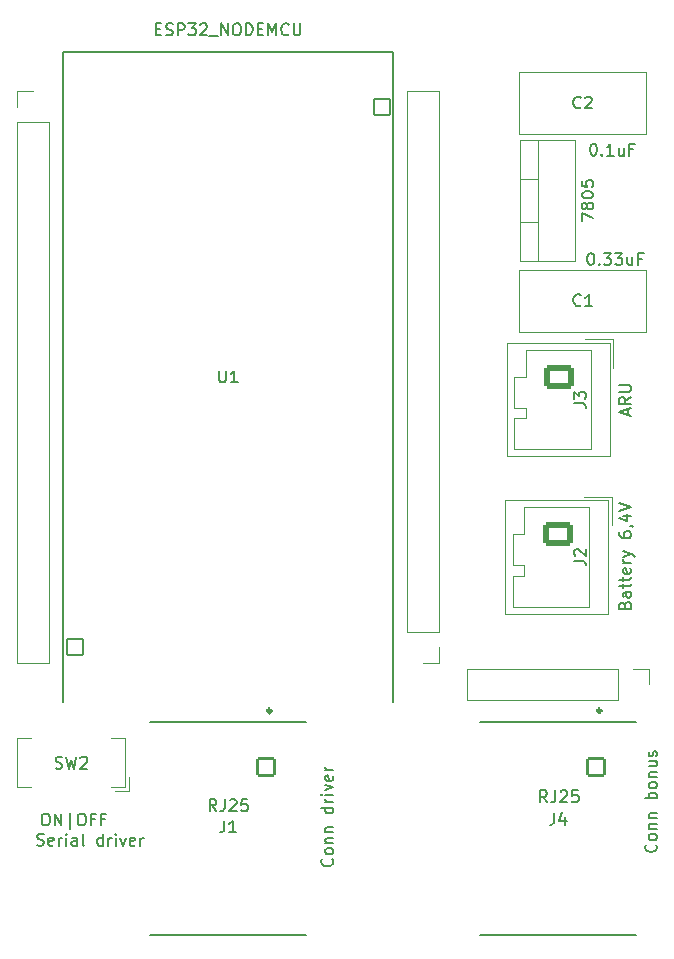
<source format=gto>
G04 #@! TF.GenerationSoftware,KiCad,Pcbnew,7.0.10*
G04 #@! TF.CreationDate,2024-04-02T13:30:28+02:00*
G04 #@! TF.ProjectId,carte pami,63617274-6520-4706-916d-692e6b696361,rev?*
G04 #@! TF.SameCoordinates,Original*
G04 #@! TF.FileFunction,Legend,Top*
G04 #@! TF.FilePolarity,Positive*
%FSLAX46Y46*%
G04 Gerber Fmt 4.6, Leading zero omitted, Abs format (unit mm)*
G04 Created by KiCad (PCBNEW 7.0.10) date 2024-04-02 13:30:28*
%MOMM*%
%LPD*%
G01*
G04 APERTURE LIST*
G04 Aperture macros list*
%AMRoundRect*
0 Rectangle with rounded corners*
0 $1 Rounding radius*
0 $2 $3 $4 $5 $6 $7 $8 $9 X,Y pos of 4 corners*
0 Add a 4 corners polygon primitive as box body*
4,1,4,$2,$3,$4,$5,$6,$7,$8,$9,$2,$3,0*
0 Add four circle primitives for the rounded corners*
1,1,$1+$1,$2,$3*
1,1,$1+$1,$4,$5*
1,1,$1+$1,$6,$7*
1,1,$1+$1,$8,$9*
0 Add four rect primitives between the rounded corners*
20,1,$1+$1,$2,$3,$4,$5,0*
20,1,$1+$1,$4,$5,$6,$7,0*
20,1,$1+$1,$6,$7,$8,$9,0*
20,1,$1+$1,$8,$9,$2,$3,0*%
G04 Aperture macros list end*
%ADD10C,0.150000*%
%ADD11C,0.120000*%
%ADD12C,0.127000*%
%ADD13C,0.300000*%
%ADD14RoundRect,0.250000X-1.050000X0.750000X-1.050000X-0.750000X1.050000X-0.750000X1.050000X0.750000X0*%
%ADD15O,2.600000X2.000000*%
%ADD16C,6.400000*%
%ADD17R,1.700000X1.700000*%
%ADD18O,1.700000X1.700000*%
%ADD19C,3.250000*%
%ADD20RoundRect,0.102000X-0.704000X0.704000X-0.704000X-0.704000X0.704000X-0.704000X0.704000X0.704000X0*%
%ADD21C,1.612000*%
%ADD22C,2.000000*%
%ADD23C,2.250000*%
%ADD24RoundRect,0.102000X0.675000X0.675000X-0.675000X0.675000X-0.675000X-0.675000X0.675000X-0.675000X0*%
%ADD25C,1.554000*%
%ADD26R,1.400000X1.400000*%
%ADD27C,1.400000*%
%ADD28R,2.000000X1.905000*%
%ADD29O,2.000000X1.905000*%
G04 APERTURE END LIST*
D10*
X101927255Y-113169819D02*
X102117731Y-113169819D01*
X102117731Y-113169819D02*
X102212969Y-113217438D01*
X102212969Y-113217438D02*
X102308207Y-113312676D01*
X102308207Y-113312676D02*
X102355826Y-113503152D01*
X102355826Y-113503152D02*
X102355826Y-113836485D01*
X102355826Y-113836485D02*
X102308207Y-114026961D01*
X102308207Y-114026961D02*
X102212969Y-114122200D01*
X102212969Y-114122200D02*
X102117731Y-114169819D01*
X102117731Y-114169819D02*
X101927255Y-114169819D01*
X101927255Y-114169819D02*
X101832017Y-114122200D01*
X101832017Y-114122200D02*
X101736779Y-114026961D01*
X101736779Y-114026961D02*
X101689160Y-113836485D01*
X101689160Y-113836485D02*
X101689160Y-113503152D01*
X101689160Y-113503152D02*
X101736779Y-113312676D01*
X101736779Y-113312676D02*
X101832017Y-113217438D01*
X101832017Y-113217438D02*
X101927255Y-113169819D01*
X102784398Y-114169819D02*
X102784398Y-113169819D01*
X102784398Y-113169819D02*
X103355826Y-114169819D01*
X103355826Y-114169819D02*
X103355826Y-113169819D01*
X104070112Y-114503152D02*
X104070112Y-113074580D01*
X104974874Y-113169819D02*
X105165350Y-113169819D01*
X105165350Y-113169819D02*
X105260588Y-113217438D01*
X105260588Y-113217438D02*
X105355826Y-113312676D01*
X105355826Y-113312676D02*
X105403445Y-113503152D01*
X105403445Y-113503152D02*
X105403445Y-113836485D01*
X105403445Y-113836485D02*
X105355826Y-114026961D01*
X105355826Y-114026961D02*
X105260588Y-114122200D01*
X105260588Y-114122200D02*
X105165350Y-114169819D01*
X105165350Y-114169819D02*
X104974874Y-114169819D01*
X104974874Y-114169819D02*
X104879636Y-114122200D01*
X104879636Y-114122200D02*
X104784398Y-114026961D01*
X104784398Y-114026961D02*
X104736779Y-113836485D01*
X104736779Y-113836485D02*
X104736779Y-113503152D01*
X104736779Y-113503152D02*
X104784398Y-113312676D01*
X104784398Y-113312676D02*
X104879636Y-113217438D01*
X104879636Y-113217438D02*
X104974874Y-113169819D01*
X106165350Y-113646009D02*
X105832017Y-113646009D01*
X105832017Y-114169819D02*
X105832017Y-113169819D01*
X105832017Y-113169819D02*
X106308207Y-113169819D01*
X107022493Y-113646009D02*
X106689160Y-113646009D01*
X106689160Y-114169819D02*
X106689160Y-113169819D01*
X106689160Y-113169819D02*
X107165350Y-113169819D01*
X126274580Y-116991792D02*
X126322200Y-117039411D01*
X126322200Y-117039411D02*
X126369819Y-117182268D01*
X126369819Y-117182268D02*
X126369819Y-117277506D01*
X126369819Y-117277506D02*
X126322200Y-117420363D01*
X126322200Y-117420363D02*
X126226961Y-117515601D01*
X126226961Y-117515601D02*
X126131723Y-117563220D01*
X126131723Y-117563220D02*
X125941247Y-117610839D01*
X125941247Y-117610839D02*
X125798390Y-117610839D01*
X125798390Y-117610839D02*
X125607914Y-117563220D01*
X125607914Y-117563220D02*
X125512676Y-117515601D01*
X125512676Y-117515601D02*
X125417438Y-117420363D01*
X125417438Y-117420363D02*
X125369819Y-117277506D01*
X125369819Y-117277506D02*
X125369819Y-117182268D01*
X125369819Y-117182268D02*
X125417438Y-117039411D01*
X125417438Y-117039411D02*
X125465057Y-116991792D01*
X126369819Y-116420363D02*
X126322200Y-116515601D01*
X126322200Y-116515601D02*
X126274580Y-116563220D01*
X126274580Y-116563220D02*
X126179342Y-116610839D01*
X126179342Y-116610839D02*
X125893628Y-116610839D01*
X125893628Y-116610839D02*
X125798390Y-116563220D01*
X125798390Y-116563220D02*
X125750771Y-116515601D01*
X125750771Y-116515601D02*
X125703152Y-116420363D01*
X125703152Y-116420363D02*
X125703152Y-116277506D01*
X125703152Y-116277506D02*
X125750771Y-116182268D01*
X125750771Y-116182268D02*
X125798390Y-116134649D01*
X125798390Y-116134649D02*
X125893628Y-116087030D01*
X125893628Y-116087030D02*
X126179342Y-116087030D01*
X126179342Y-116087030D02*
X126274580Y-116134649D01*
X126274580Y-116134649D02*
X126322200Y-116182268D01*
X126322200Y-116182268D02*
X126369819Y-116277506D01*
X126369819Y-116277506D02*
X126369819Y-116420363D01*
X125703152Y-115658458D02*
X126369819Y-115658458D01*
X125798390Y-115658458D02*
X125750771Y-115610839D01*
X125750771Y-115610839D02*
X125703152Y-115515601D01*
X125703152Y-115515601D02*
X125703152Y-115372744D01*
X125703152Y-115372744D02*
X125750771Y-115277506D01*
X125750771Y-115277506D02*
X125846009Y-115229887D01*
X125846009Y-115229887D02*
X126369819Y-115229887D01*
X125703152Y-114753696D02*
X126369819Y-114753696D01*
X125798390Y-114753696D02*
X125750771Y-114706077D01*
X125750771Y-114706077D02*
X125703152Y-114610839D01*
X125703152Y-114610839D02*
X125703152Y-114467982D01*
X125703152Y-114467982D02*
X125750771Y-114372744D01*
X125750771Y-114372744D02*
X125846009Y-114325125D01*
X125846009Y-114325125D02*
X126369819Y-114325125D01*
X126369819Y-112658458D02*
X125369819Y-112658458D01*
X126322200Y-112658458D02*
X126369819Y-112753696D01*
X126369819Y-112753696D02*
X126369819Y-112944172D01*
X126369819Y-112944172D02*
X126322200Y-113039410D01*
X126322200Y-113039410D02*
X126274580Y-113087029D01*
X126274580Y-113087029D02*
X126179342Y-113134648D01*
X126179342Y-113134648D02*
X125893628Y-113134648D01*
X125893628Y-113134648D02*
X125798390Y-113087029D01*
X125798390Y-113087029D02*
X125750771Y-113039410D01*
X125750771Y-113039410D02*
X125703152Y-112944172D01*
X125703152Y-112944172D02*
X125703152Y-112753696D01*
X125703152Y-112753696D02*
X125750771Y-112658458D01*
X126369819Y-112182267D02*
X125703152Y-112182267D01*
X125893628Y-112182267D02*
X125798390Y-112134648D01*
X125798390Y-112134648D02*
X125750771Y-112087029D01*
X125750771Y-112087029D02*
X125703152Y-111991791D01*
X125703152Y-111991791D02*
X125703152Y-111896553D01*
X126369819Y-111563219D02*
X125703152Y-111563219D01*
X125369819Y-111563219D02*
X125417438Y-111610838D01*
X125417438Y-111610838D02*
X125465057Y-111563219D01*
X125465057Y-111563219D02*
X125417438Y-111515600D01*
X125417438Y-111515600D02*
X125369819Y-111563219D01*
X125369819Y-111563219D02*
X125465057Y-111563219D01*
X125703152Y-111182267D02*
X126369819Y-110944172D01*
X126369819Y-110944172D02*
X125703152Y-110706077D01*
X126322200Y-109944172D02*
X126369819Y-110039410D01*
X126369819Y-110039410D02*
X126369819Y-110229886D01*
X126369819Y-110229886D02*
X126322200Y-110325124D01*
X126322200Y-110325124D02*
X126226961Y-110372743D01*
X126226961Y-110372743D02*
X125846009Y-110372743D01*
X125846009Y-110372743D02*
X125750771Y-110325124D01*
X125750771Y-110325124D02*
X125703152Y-110229886D01*
X125703152Y-110229886D02*
X125703152Y-110039410D01*
X125703152Y-110039410D02*
X125750771Y-109944172D01*
X125750771Y-109944172D02*
X125846009Y-109896553D01*
X125846009Y-109896553D02*
X125941247Y-109896553D01*
X125941247Y-109896553D02*
X126036485Y-110372743D01*
X126369819Y-109467981D02*
X125703152Y-109467981D01*
X125893628Y-109467981D02*
X125798390Y-109420362D01*
X125798390Y-109420362D02*
X125750771Y-109372743D01*
X125750771Y-109372743D02*
X125703152Y-109277505D01*
X125703152Y-109277505D02*
X125703152Y-109182267D01*
X101289160Y-115822200D02*
X101432017Y-115869819D01*
X101432017Y-115869819D02*
X101670112Y-115869819D01*
X101670112Y-115869819D02*
X101765350Y-115822200D01*
X101765350Y-115822200D02*
X101812969Y-115774580D01*
X101812969Y-115774580D02*
X101860588Y-115679342D01*
X101860588Y-115679342D02*
X101860588Y-115584104D01*
X101860588Y-115584104D02*
X101812969Y-115488866D01*
X101812969Y-115488866D02*
X101765350Y-115441247D01*
X101765350Y-115441247D02*
X101670112Y-115393628D01*
X101670112Y-115393628D02*
X101479636Y-115346009D01*
X101479636Y-115346009D02*
X101384398Y-115298390D01*
X101384398Y-115298390D02*
X101336779Y-115250771D01*
X101336779Y-115250771D02*
X101289160Y-115155533D01*
X101289160Y-115155533D02*
X101289160Y-115060295D01*
X101289160Y-115060295D02*
X101336779Y-114965057D01*
X101336779Y-114965057D02*
X101384398Y-114917438D01*
X101384398Y-114917438D02*
X101479636Y-114869819D01*
X101479636Y-114869819D02*
X101717731Y-114869819D01*
X101717731Y-114869819D02*
X101860588Y-114917438D01*
X102670112Y-115822200D02*
X102574874Y-115869819D01*
X102574874Y-115869819D02*
X102384398Y-115869819D01*
X102384398Y-115869819D02*
X102289160Y-115822200D01*
X102289160Y-115822200D02*
X102241541Y-115726961D01*
X102241541Y-115726961D02*
X102241541Y-115346009D01*
X102241541Y-115346009D02*
X102289160Y-115250771D01*
X102289160Y-115250771D02*
X102384398Y-115203152D01*
X102384398Y-115203152D02*
X102574874Y-115203152D01*
X102574874Y-115203152D02*
X102670112Y-115250771D01*
X102670112Y-115250771D02*
X102717731Y-115346009D01*
X102717731Y-115346009D02*
X102717731Y-115441247D01*
X102717731Y-115441247D02*
X102241541Y-115536485D01*
X103146303Y-115869819D02*
X103146303Y-115203152D01*
X103146303Y-115393628D02*
X103193922Y-115298390D01*
X103193922Y-115298390D02*
X103241541Y-115250771D01*
X103241541Y-115250771D02*
X103336779Y-115203152D01*
X103336779Y-115203152D02*
X103432017Y-115203152D01*
X103765351Y-115869819D02*
X103765351Y-115203152D01*
X103765351Y-114869819D02*
X103717732Y-114917438D01*
X103717732Y-114917438D02*
X103765351Y-114965057D01*
X103765351Y-114965057D02*
X103812970Y-114917438D01*
X103812970Y-114917438D02*
X103765351Y-114869819D01*
X103765351Y-114869819D02*
X103765351Y-114965057D01*
X104670112Y-115869819D02*
X104670112Y-115346009D01*
X104670112Y-115346009D02*
X104622493Y-115250771D01*
X104622493Y-115250771D02*
X104527255Y-115203152D01*
X104527255Y-115203152D02*
X104336779Y-115203152D01*
X104336779Y-115203152D02*
X104241541Y-115250771D01*
X104670112Y-115822200D02*
X104574874Y-115869819D01*
X104574874Y-115869819D02*
X104336779Y-115869819D01*
X104336779Y-115869819D02*
X104241541Y-115822200D01*
X104241541Y-115822200D02*
X104193922Y-115726961D01*
X104193922Y-115726961D02*
X104193922Y-115631723D01*
X104193922Y-115631723D02*
X104241541Y-115536485D01*
X104241541Y-115536485D02*
X104336779Y-115488866D01*
X104336779Y-115488866D02*
X104574874Y-115488866D01*
X104574874Y-115488866D02*
X104670112Y-115441247D01*
X105289160Y-115869819D02*
X105193922Y-115822200D01*
X105193922Y-115822200D02*
X105146303Y-115726961D01*
X105146303Y-115726961D02*
X105146303Y-114869819D01*
X106860589Y-115869819D02*
X106860589Y-114869819D01*
X106860589Y-115822200D02*
X106765351Y-115869819D01*
X106765351Y-115869819D02*
X106574875Y-115869819D01*
X106574875Y-115869819D02*
X106479637Y-115822200D01*
X106479637Y-115822200D02*
X106432018Y-115774580D01*
X106432018Y-115774580D02*
X106384399Y-115679342D01*
X106384399Y-115679342D02*
X106384399Y-115393628D01*
X106384399Y-115393628D02*
X106432018Y-115298390D01*
X106432018Y-115298390D02*
X106479637Y-115250771D01*
X106479637Y-115250771D02*
X106574875Y-115203152D01*
X106574875Y-115203152D02*
X106765351Y-115203152D01*
X106765351Y-115203152D02*
X106860589Y-115250771D01*
X107336780Y-115869819D02*
X107336780Y-115203152D01*
X107336780Y-115393628D02*
X107384399Y-115298390D01*
X107384399Y-115298390D02*
X107432018Y-115250771D01*
X107432018Y-115250771D02*
X107527256Y-115203152D01*
X107527256Y-115203152D02*
X107622494Y-115203152D01*
X107955828Y-115869819D02*
X107955828Y-115203152D01*
X107955828Y-114869819D02*
X107908209Y-114917438D01*
X107908209Y-114917438D02*
X107955828Y-114965057D01*
X107955828Y-114965057D02*
X108003447Y-114917438D01*
X108003447Y-114917438D02*
X107955828Y-114869819D01*
X107955828Y-114869819D02*
X107955828Y-114965057D01*
X108336780Y-115203152D02*
X108574875Y-115869819D01*
X108574875Y-115869819D02*
X108812970Y-115203152D01*
X109574875Y-115822200D02*
X109479637Y-115869819D01*
X109479637Y-115869819D02*
X109289161Y-115869819D01*
X109289161Y-115869819D02*
X109193923Y-115822200D01*
X109193923Y-115822200D02*
X109146304Y-115726961D01*
X109146304Y-115726961D02*
X109146304Y-115346009D01*
X109146304Y-115346009D02*
X109193923Y-115250771D01*
X109193923Y-115250771D02*
X109289161Y-115203152D01*
X109289161Y-115203152D02*
X109479637Y-115203152D01*
X109479637Y-115203152D02*
X109574875Y-115250771D01*
X109574875Y-115250771D02*
X109622494Y-115346009D01*
X109622494Y-115346009D02*
X109622494Y-115441247D01*
X109622494Y-115441247D02*
X109146304Y-115536485D01*
X110051066Y-115869819D02*
X110051066Y-115203152D01*
X110051066Y-115393628D02*
X110098685Y-115298390D01*
X110098685Y-115298390D02*
X110146304Y-115250771D01*
X110146304Y-115250771D02*
X110241542Y-115203152D01*
X110241542Y-115203152D02*
X110336780Y-115203152D01*
X153674580Y-115791792D02*
X153722200Y-115839411D01*
X153722200Y-115839411D02*
X153769819Y-115982268D01*
X153769819Y-115982268D02*
X153769819Y-116077506D01*
X153769819Y-116077506D02*
X153722200Y-116220363D01*
X153722200Y-116220363D02*
X153626961Y-116315601D01*
X153626961Y-116315601D02*
X153531723Y-116363220D01*
X153531723Y-116363220D02*
X153341247Y-116410839D01*
X153341247Y-116410839D02*
X153198390Y-116410839D01*
X153198390Y-116410839D02*
X153007914Y-116363220D01*
X153007914Y-116363220D02*
X152912676Y-116315601D01*
X152912676Y-116315601D02*
X152817438Y-116220363D01*
X152817438Y-116220363D02*
X152769819Y-116077506D01*
X152769819Y-116077506D02*
X152769819Y-115982268D01*
X152769819Y-115982268D02*
X152817438Y-115839411D01*
X152817438Y-115839411D02*
X152865057Y-115791792D01*
X153769819Y-115220363D02*
X153722200Y-115315601D01*
X153722200Y-115315601D02*
X153674580Y-115363220D01*
X153674580Y-115363220D02*
X153579342Y-115410839D01*
X153579342Y-115410839D02*
X153293628Y-115410839D01*
X153293628Y-115410839D02*
X153198390Y-115363220D01*
X153198390Y-115363220D02*
X153150771Y-115315601D01*
X153150771Y-115315601D02*
X153103152Y-115220363D01*
X153103152Y-115220363D02*
X153103152Y-115077506D01*
X153103152Y-115077506D02*
X153150771Y-114982268D01*
X153150771Y-114982268D02*
X153198390Y-114934649D01*
X153198390Y-114934649D02*
X153293628Y-114887030D01*
X153293628Y-114887030D02*
X153579342Y-114887030D01*
X153579342Y-114887030D02*
X153674580Y-114934649D01*
X153674580Y-114934649D02*
X153722200Y-114982268D01*
X153722200Y-114982268D02*
X153769819Y-115077506D01*
X153769819Y-115077506D02*
X153769819Y-115220363D01*
X153103152Y-114458458D02*
X153769819Y-114458458D01*
X153198390Y-114458458D02*
X153150771Y-114410839D01*
X153150771Y-114410839D02*
X153103152Y-114315601D01*
X153103152Y-114315601D02*
X153103152Y-114172744D01*
X153103152Y-114172744D02*
X153150771Y-114077506D01*
X153150771Y-114077506D02*
X153246009Y-114029887D01*
X153246009Y-114029887D02*
X153769819Y-114029887D01*
X153103152Y-113553696D02*
X153769819Y-113553696D01*
X153198390Y-113553696D02*
X153150771Y-113506077D01*
X153150771Y-113506077D02*
X153103152Y-113410839D01*
X153103152Y-113410839D02*
X153103152Y-113267982D01*
X153103152Y-113267982D02*
X153150771Y-113172744D01*
X153150771Y-113172744D02*
X153246009Y-113125125D01*
X153246009Y-113125125D02*
X153769819Y-113125125D01*
X153769819Y-111887029D02*
X152769819Y-111887029D01*
X153150771Y-111887029D02*
X153103152Y-111791791D01*
X153103152Y-111791791D02*
X153103152Y-111601315D01*
X153103152Y-111601315D02*
X153150771Y-111506077D01*
X153150771Y-111506077D02*
X153198390Y-111458458D01*
X153198390Y-111458458D02*
X153293628Y-111410839D01*
X153293628Y-111410839D02*
X153579342Y-111410839D01*
X153579342Y-111410839D02*
X153674580Y-111458458D01*
X153674580Y-111458458D02*
X153722200Y-111506077D01*
X153722200Y-111506077D02*
X153769819Y-111601315D01*
X153769819Y-111601315D02*
X153769819Y-111791791D01*
X153769819Y-111791791D02*
X153722200Y-111887029D01*
X153769819Y-110839410D02*
X153722200Y-110934648D01*
X153722200Y-110934648D02*
X153674580Y-110982267D01*
X153674580Y-110982267D02*
X153579342Y-111029886D01*
X153579342Y-111029886D02*
X153293628Y-111029886D01*
X153293628Y-111029886D02*
X153198390Y-110982267D01*
X153198390Y-110982267D02*
X153150771Y-110934648D01*
X153150771Y-110934648D02*
X153103152Y-110839410D01*
X153103152Y-110839410D02*
X153103152Y-110696553D01*
X153103152Y-110696553D02*
X153150771Y-110601315D01*
X153150771Y-110601315D02*
X153198390Y-110553696D01*
X153198390Y-110553696D02*
X153293628Y-110506077D01*
X153293628Y-110506077D02*
X153579342Y-110506077D01*
X153579342Y-110506077D02*
X153674580Y-110553696D01*
X153674580Y-110553696D02*
X153722200Y-110601315D01*
X153722200Y-110601315D02*
X153769819Y-110696553D01*
X153769819Y-110696553D02*
X153769819Y-110839410D01*
X153103152Y-110077505D02*
X153769819Y-110077505D01*
X153198390Y-110077505D02*
X153150771Y-110029886D01*
X153150771Y-110029886D02*
X153103152Y-109934648D01*
X153103152Y-109934648D02*
X153103152Y-109791791D01*
X153103152Y-109791791D02*
X153150771Y-109696553D01*
X153150771Y-109696553D02*
X153246009Y-109648934D01*
X153246009Y-109648934D02*
X153769819Y-109648934D01*
X153103152Y-108744172D02*
X153769819Y-108744172D01*
X153103152Y-109172743D02*
X153626961Y-109172743D01*
X153626961Y-109172743D02*
X153722200Y-109125124D01*
X153722200Y-109125124D02*
X153769819Y-109029886D01*
X153769819Y-109029886D02*
X153769819Y-108887029D01*
X153769819Y-108887029D02*
X153722200Y-108791791D01*
X153722200Y-108791791D02*
X153674580Y-108744172D01*
X153722200Y-108315600D02*
X153769819Y-108220362D01*
X153769819Y-108220362D02*
X153769819Y-108029886D01*
X153769819Y-108029886D02*
X153722200Y-107934648D01*
X153722200Y-107934648D02*
X153626961Y-107887029D01*
X153626961Y-107887029D02*
X153579342Y-107887029D01*
X153579342Y-107887029D02*
X153484104Y-107934648D01*
X153484104Y-107934648D02*
X153436485Y-108029886D01*
X153436485Y-108029886D02*
X153436485Y-108172743D01*
X153436485Y-108172743D02*
X153388866Y-108267981D01*
X153388866Y-108267981D02*
X153293628Y-108315600D01*
X153293628Y-108315600D02*
X153246009Y-108315600D01*
X153246009Y-108315600D02*
X153150771Y-108267981D01*
X153150771Y-108267981D02*
X153103152Y-108172743D01*
X153103152Y-108172743D02*
X153103152Y-108029886D01*
X153103152Y-108029886D02*
X153150771Y-107934648D01*
X146774819Y-91768333D02*
X147489104Y-91768333D01*
X147489104Y-91768333D02*
X147631961Y-91815952D01*
X147631961Y-91815952D02*
X147727200Y-91911190D01*
X147727200Y-91911190D02*
X147774819Y-92054047D01*
X147774819Y-92054047D02*
X147774819Y-92149285D01*
X146870057Y-91339761D02*
X146822438Y-91292142D01*
X146822438Y-91292142D02*
X146774819Y-91196904D01*
X146774819Y-91196904D02*
X146774819Y-90958809D01*
X146774819Y-90958809D02*
X146822438Y-90863571D01*
X146822438Y-90863571D02*
X146870057Y-90815952D01*
X146870057Y-90815952D02*
X146965295Y-90768333D01*
X146965295Y-90768333D02*
X147060533Y-90768333D01*
X147060533Y-90768333D02*
X147203390Y-90815952D01*
X147203390Y-90815952D02*
X147774819Y-91387380D01*
X147774819Y-91387380D02*
X147774819Y-90768333D01*
X151061009Y-95506429D02*
X151108628Y-95363572D01*
X151108628Y-95363572D02*
X151156247Y-95315953D01*
X151156247Y-95315953D02*
X151251485Y-95268334D01*
X151251485Y-95268334D02*
X151394342Y-95268334D01*
X151394342Y-95268334D02*
X151489580Y-95315953D01*
X151489580Y-95315953D02*
X151537200Y-95363572D01*
X151537200Y-95363572D02*
X151584819Y-95458810D01*
X151584819Y-95458810D02*
X151584819Y-95839762D01*
X151584819Y-95839762D02*
X150584819Y-95839762D01*
X150584819Y-95839762D02*
X150584819Y-95506429D01*
X150584819Y-95506429D02*
X150632438Y-95411191D01*
X150632438Y-95411191D02*
X150680057Y-95363572D01*
X150680057Y-95363572D02*
X150775295Y-95315953D01*
X150775295Y-95315953D02*
X150870533Y-95315953D01*
X150870533Y-95315953D02*
X150965771Y-95363572D01*
X150965771Y-95363572D02*
X151013390Y-95411191D01*
X151013390Y-95411191D02*
X151061009Y-95506429D01*
X151061009Y-95506429D02*
X151061009Y-95839762D01*
X151584819Y-94411191D02*
X151061009Y-94411191D01*
X151061009Y-94411191D02*
X150965771Y-94458810D01*
X150965771Y-94458810D02*
X150918152Y-94554048D01*
X150918152Y-94554048D02*
X150918152Y-94744524D01*
X150918152Y-94744524D02*
X150965771Y-94839762D01*
X151537200Y-94411191D02*
X151584819Y-94506429D01*
X151584819Y-94506429D02*
X151584819Y-94744524D01*
X151584819Y-94744524D02*
X151537200Y-94839762D01*
X151537200Y-94839762D02*
X151441961Y-94887381D01*
X151441961Y-94887381D02*
X151346723Y-94887381D01*
X151346723Y-94887381D02*
X151251485Y-94839762D01*
X151251485Y-94839762D02*
X151203866Y-94744524D01*
X151203866Y-94744524D02*
X151203866Y-94506429D01*
X151203866Y-94506429D02*
X151156247Y-94411191D01*
X150918152Y-94077857D02*
X150918152Y-93696905D01*
X150584819Y-93935000D02*
X151441961Y-93935000D01*
X151441961Y-93935000D02*
X151537200Y-93887381D01*
X151537200Y-93887381D02*
X151584819Y-93792143D01*
X151584819Y-93792143D02*
X151584819Y-93696905D01*
X150918152Y-93506428D02*
X150918152Y-93125476D01*
X150584819Y-93363571D02*
X151441961Y-93363571D01*
X151441961Y-93363571D02*
X151537200Y-93315952D01*
X151537200Y-93315952D02*
X151584819Y-93220714D01*
X151584819Y-93220714D02*
X151584819Y-93125476D01*
X151537200Y-92411190D02*
X151584819Y-92506428D01*
X151584819Y-92506428D02*
X151584819Y-92696904D01*
X151584819Y-92696904D02*
X151537200Y-92792142D01*
X151537200Y-92792142D02*
X151441961Y-92839761D01*
X151441961Y-92839761D02*
X151061009Y-92839761D01*
X151061009Y-92839761D02*
X150965771Y-92792142D01*
X150965771Y-92792142D02*
X150918152Y-92696904D01*
X150918152Y-92696904D02*
X150918152Y-92506428D01*
X150918152Y-92506428D02*
X150965771Y-92411190D01*
X150965771Y-92411190D02*
X151061009Y-92363571D01*
X151061009Y-92363571D02*
X151156247Y-92363571D01*
X151156247Y-92363571D02*
X151251485Y-92839761D01*
X151584819Y-91934999D02*
X150918152Y-91934999D01*
X151108628Y-91934999D02*
X151013390Y-91887380D01*
X151013390Y-91887380D02*
X150965771Y-91839761D01*
X150965771Y-91839761D02*
X150918152Y-91744523D01*
X150918152Y-91744523D02*
X150918152Y-91649285D01*
X150918152Y-91411189D02*
X151584819Y-91173094D01*
X150918152Y-90934999D02*
X151584819Y-91173094D01*
X151584819Y-91173094D02*
X151822914Y-91268332D01*
X151822914Y-91268332D02*
X151870533Y-91315951D01*
X151870533Y-91315951D02*
X151918152Y-91411189D01*
X150584819Y-89363570D02*
X150584819Y-89554046D01*
X150584819Y-89554046D02*
X150632438Y-89649284D01*
X150632438Y-89649284D02*
X150680057Y-89696903D01*
X150680057Y-89696903D02*
X150822914Y-89792141D01*
X150822914Y-89792141D02*
X151013390Y-89839760D01*
X151013390Y-89839760D02*
X151394342Y-89839760D01*
X151394342Y-89839760D02*
X151489580Y-89792141D01*
X151489580Y-89792141D02*
X151537200Y-89744522D01*
X151537200Y-89744522D02*
X151584819Y-89649284D01*
X151584819Y-89649284D02*
X151584819Y-89458808D01*
X151584819Y-89458808D02*
X151537200Y-89363570D01*
X151537200Y-89363570D02*
X151489580Y-89315951D01*
X151489580Y-89315951D02*
X151394342Y-89268332D01*
X151394342Y-89268332D02*
X151156247Y-89268332D01*
X151156247Y-89268332D02*
X151061009Y-89315951D01*
X151061009Y-89315951D02*
X151013390Y-89363570D01*
X151013390Y-89363570D02*
X150965771Y-89458808D01*
X150965771Y-89458808D02*
X150965771Y-89649284D01*
X150965771Y-89649284D02*
X151013390Y-89744522D01*
X151013390Y-89744522D02*
X151061009Y-89792141D01*
X151061009Y-89792141D02*
X151156247Y-89839760D01*
X151537200Y-88792141D02*
X151584819Y-88792141D01*
X151584819Y-88792141D02*
X151680057Y-88839760D01*
X151680057Y-88839760D02*
X151727676Y-88887379D01*
X150918152Y-87934999D02*
X151584819Y-87934999D01*
X150537200Y-88173094D02*
X151251485Y-88411189D01*
X151251485Y-88411189D02*
X151251485Y-87792142D01*
X150584819Y-87554046D02*
X151584819Y-87220713D01*
X151584819Y-87220713D02*
X150584819Y-86887380D01*
X117141506Y-113754561D02*
X117141506Y-114469190D01*
X117141506Y-114469190D02*
X117093865Y-114612116D01*
X117093865Y-114612116D02*
X116998581Y-114707400D01*
X116998581Y-114707400D02*
X116855655Y-114755041D01*
X116855655Y-114755041D02*
X116760371Y-114755041D01*
X118141986Y-114755041D02*
X117570283Y-114755041D01*
X117856135Y-114755041D02*
X117856135Y-113754561D01*
X117856135Y-113754561D02*
X117760851Y-113897487D01*
X117760851Y-113897487D02*
X117665567Y-113992771D01*
X117665567Y-113992771D02*
X117570283Y-114040413D01*
X116475062Y-112955329D02*
X116141362Y-112478614D01*
X115903004Y-112955329D02*
X115903004Y-111954227D01*
X115903004Y-111954227D02*
X116284376Y-111954227D01*
X116284376Y-111954227D02*
X116379719Y-112001899D01*
X116379719Y-112001899D02*
X116427391Y-112049570D01*
X116427391Y-112049570D02*
X116475062Y-112144913D01*
X116475062Y-112144913D02*
X116475062Y-112287928D01*
X116475062Y-112287928D02*
X116427391Y-112383271D01*
X116427391Y-112383271D02*
X116379719Y-112430942D01*
X116379719Y-112430942D02*
X116284376Y-112478614D01*
X116284376Y-112478614D02*
X115903004Y-112478614D01*
X117190135Y-111954227D02*
X117190135Y-112669300D01*
X117190135Y-112669300D02*
X117142464Y-112812314D01*
X117142464Y-112812314D02*
X117047121Y-112907658D01*
X117047121Y-112907658D02*
X116904106Y-112955329D01*
X116904106Y-112955329D02*
X116808763Y-112955329D01*
X117619179Y-112049570D02*
X117666850Y-112001899D01*
X117666850Y-112001899D02*
X117762193Y-111954227D01*
X117762193Y-111954227D02*
X118000551Y-111954227D01*
X118000551Y-111954227D02*
X118095894Y-112001899D01*
X118095894Y-112001899D02*
X118143565Y-112049570D01*
X118143565Y-112049570D02*
X118191237Y-112144913D01*
X118191237Y-112144913D02*
X118191237Y-112240256D01*
X118191237Y-112240256D02*
X118143565Y-112383271D01*
X118143565Y-112383271D02*
X117571507Y-112955329D01*
X117571507Y-112955329D02*
X118191237Y-112955329D01*
X119096995Y-111954227D02*
X118620280Y-111954227D01*
X118620280Y-111954227D02*
X118572609Y-112430942D01*
X118572609Y-112430942D02*
X118620280Y-112383271D01*
X118620280Y-112383271D02*
X118715623Y-112335599D01*
X118715623Y-112335599D02*
X118953981Y-112335599D01*
X118953981Y-112335599D02*
X119049324Y-112383271D01*
X119049324Y-112383271D02*
X119096995Y-112430942D01*
X119096995Y-112430942D02*
X119144667Y-112526285D01*
X119144667Y-112526285D02*
X119144667Y-112764643D01*
X119144667Y-112764643D02*
X119096995Y-112859986D01*
X119096995Y-112859986D02*
X119049324Y-112907658D01*
X119049324Y-112907658D02*
X118953981Y-112955329D01*
X118953981Y-112955329D02*
X118715623Y-112955329D01*
X118715623Y-112955329D02*
X118620280Y-112907658D01*
X118620280Y-112907658D02*
X118572609Y-112859986D01*
X147333333Y-70109580D02*
X147285714Y-70157200D01*
X147285714Y-70157200D02*
X147142857Y-70204819D01*
X147142857Y-70204819D02*
X147047619Y-70204819D01*
X147047619Y-70204819D02*
X146904762Y-70157200D01*
X146904762Y-70157200D02*
X146809524Y-70061961D01*
X146809524Y-70061961D02*
X146761905Y-69966723D01*
X146761905Y-69966723D02*
X146714286Y-69776247D01*
X146714286Y-69776247D02*
X146714286Y-69633390D01*
X146714286Y-69633390D02*
X146761905Y-69442914D01*
X146761905Y-69442914D02*
X146809524Y-69347676D01*
X146809524Y-69347676D02*
X146904762Y-69252438D01*
X146904762Y-69252438D02*
X147047619Y-69204819D01*
X147047619Y-69204819D02*
X147142857Y-69204819D01*
X147142857Y-69204819D02*
X147285714Y-69252438D01*
X147285714Y-69252438D02*
X147333333Y-69300057D01*
X148285714Y-70204819D02*
X147714286Y-70204819D01*
X148000000Y-70204819D02*
X148000000Y-69204819D01*
X148000000Y-69204819D02*
X147904762Y-69347676D01*
X147904762Y-69347676D02*
X147809524Y-69442914D01*
X147809524Y-69442914D02*
X147714286Y-69490533D01*
X148130952Y-65704819D02*
X148226190Y-65704819D01*
X148226190Y-65704819D02*
X148321428Y-65752438D01*
X148321428Y-65752438D02*
X148369047Y-65800057D01*
X148369047Y-65800057D02*
X148416666Y-65895295D01*
X148416666Y-65895295D02*
X148464285Y-66085771D01*
X148464285Y-66085771D02*
X148464285Y-66323866D01*
X148464285Y-66323866D02*
X148416666Y-66514342D01*
X148416666Y-66514342D02*
X148369047Y-66609580D01*
X148369047Y-66609580D02*
X148321428Y-66657200D01*
X148321428Y-66657200D02*
X148226190Y-66704819D01*
X148226190Y-66704819D02*
X148130952Y-66704819D01*
X148130952Y-66704819D02*
X148035714Y-66657200D01*
X148035714Y-66657200D02*
X147988095Y-66609580D01*
X147988095Y-66609580D02*
X147940476Y-66514342D01*
X147940476Y-66514342D02*
X147892857Y-66323866D01*
X147892857Y-66323866D02*
X147892857Y-66085771D01*
X147892857Y-66085771D02*
X147940476Y-65895295D01*
X147940476Y-65895295D02*
X147988095Y-65800057D01*
X147988095Y-65800057D02*
X148035714Y-65752438D01*
X148035714Y-65752438D02*
X148130952Y-65704819D01*
X148892857Y-66609580D02*
X148940476Y-66657200D01*
X148940476Y-66657200D02*
X148892857Y-66704819D01*
X148892857Y-66704819D02*
X148845238Y-66657200D01*
X148845238Y-66657200D02*
X148892857Y-66609580D01*
X148892857Y-66609580D02*
X148892857Y-66704819D01*
X149273809Y-65704819D02*
X149892856Y-65704819D01*
X149892856Y-65704819D02*
X149559523Y-66085771D01*
X149559523Y-66085771D02*
X149702380Y-66085771D01*
X149702380Y-66085771D02*
X149797618Y-66133390D01*
X149797618Y-66133390D02*
X149845237Y-66181009D01*
X149845237Y-66181009D02*
X149892856Y-66276247D01*
X149892856Y-66276247D02*
X149892856Y-66514342D01*
X149892856Y-66514342D02*
X149845237Y-66609580D01*
X149845237Y-66609580D02*
X149797618Y-66657200D01*
X149797618Y-66657200D02*
X149702380Y-66704819D01*
X149702380Y-66704819D02*
X149416666Y-66704819D01*
X149416666Y-66704819D02*
X149321428Y-66657200D01*
X149321428Y-66657200D02*
X149273809Y-66609580D01*
X150226190Y-65704819D02*
X150845237Y-65704819D01*
X150845237Y-65704819D02*
X150511904Y-66085771D01*
X150511904Y-66085771D02*
X150654761Y-66085771D01*
X150654761Y-66085771D02*
X150749999Y-66133390D01*
X150749999Y-66133390D02*
X150797618Y-66181009D01*
X150797618Y-66181009D02*
X150845237Y-66276247D01*
X150845237Y-66276247D02*
X150845237Y-66514342D01*
X150845237Y-66514342D02*
X150797618Y-66609580D01*
X150797618Y-66609580D02*
X150749999Y-66657200D01*
X150749999Y-66657200D02*
X150654761Y-66704819D01*
X150654761Y-66704819D02*
X150369047Y-66704819D01*
X150369047Y-66704819D02*
X150273809Y-66657200D01*
X150273809Y-66657200D02*
X150226190Y-66609580D01*
X151702380Y-66038152D02*
X151702380Y-66704819D01*
X151273809Y-66038152D02*
X151273809Y-66561961D01*
X151273809Y-66561961D02*
X151321428Y-66657200D01*
X151321428Y-66657200D02*
X151416666Y-66704819D01*
X151416666Y-66704819D02*
X151559523Y-66704819D01*
X151559523Y-66704819D02*
X151654761Y-66657200D01*
X151654761Y-66657200D02*
X151702380Y-66609580D01*
X152511904Y-66181009D02*
X152178571Y-66181009D01*
X152178571Y-66704819D02*
X152178571Y-65704819D01*
X152178571Y-65704819D02*
X152654761Y-65704819D01*
X145081506Y-113119561D02*
X145081506Y-113834190D01*
X145081506Y-113834190D02*
X145033865Y-113977116D01*
X145033865Y-113977116D02*
X144938581Y-114072400D01*
X144938581Y-114072400D02*
X144795655Y-114120041D01*
X144795655Y-114120041D02*
X144700371Y-114120041D01*
X145986702Y-113453055D02*
X145986702Y-114120041D01*
X145748493Y-113071920D02*
X145510283Y-113786548D01*
X145510283Y-113786548D02*
X146129628Y-113786548D01*
X144475062Y-112205329D02*
X144141362Y-111728614D01*
X143903004Y-112205329D02*
X143903004Y-111204227D01*
X143903004Y-111204227D02*
X144284376Y-111204227D01*
X144284376Y-111204227D02*
X144379719Y-111251899D01*
X144379719Y-111251899D02*
X144427391Y-111299570D01*
X144427391Y-111299570D02*
X144475062Y-111394913D01*
X144475062Y-111394913D02*
X144475062Y-111537928D01*
X144475062Y-111537928D02*
X144427391Y-111633271D01*
X144427391Y-111633271D02*
X144379719Y-111680942D01*
X144379719Y-111680942D02*
X144284376Y-111728614D01*
X144284376Y-111728614D02*
X143903004Y-111728614D01*
X145190135Y-111204227D02*
X145190135Y-111919300D01*
X145190135Y-111919300D02*
X145142464Y-112062314D01*
X145142464Y-112062314D02*
X145047121Y-112157658D01*
X145047121Y-112157658D02*
X144904106Y-112205329D01*
X144904106Y-112205329D02*
X144808763Y-112205329D01*
X145619179Y-111299570D02*
X145666850Y-111251899D01*
X145666850Y-111251899D02*
X145762193Y-111204227D01*
X145762193Y-111204227D02*
X146000551Y-111204227D01*
X146000551Y-111204227D02*
X146095894Y-111251899D01*
X146095894Y-111251899D02*
X146143565Y-111299570D01*
X146143565Y-111299570D02*
X146191237Y-111394913D01*
X146191237Y-111394913D02*
X146191237Y-111490256D01*
X146191237Y-111490256D02*
X146143565Y-111633271D01*
X146143565Y-111633271D02*
X145571507Y-112205329D01*
X145571507Y-112205329D02*
X146191237Y-112205329D01*
X147096995Y-111204227D02*
X146620280Y-111204227D01*
X146620280Y-111204227D02*
X146572609Y-111680942D01*
X146572609Y-111680942D02*
X146620280Y-111633271D01*
X146620280Y-111633271D02*
X146715623Y-111585599D01*
X146715623Y-111585599D02*
X146953981Y-111585599D01*
X146953981Y-111585599D02*
X147049324Y-111633271D01*
X147049324Y-111633271D02*
X147096995Y-111680942D01*
X147096995Y-111680942D02*
X147144667Y-111776285D01*
X147144667Y-111776285D02*
X147144667Y-112014643D01*
X147144667Y-112014643D02*
X147096995Y-112109986D01*
X147096995Y-112109986D02*
X147049324Y-112157658D01*
X147049324Y-112157658D02*
X146953981Y-112205329D01*
X146953981Y-112205329D02*
X146715623Y-112205329D01*
X146715623Y-112205329D02*
X146620280Y-112157658D01*
X146620280Y-112157658D02*
X146572609Y-112109986D01*
X146774819Y-78438333D02*
X147489104Y-78438333D01*
X147489104Y-78438333D02*
X147631961Y-78485952D01*
X147631961Y-78485952D02*
X147727200Y-78581190D01*
X147727200Y-78581190D02*
X147774819Y-78724047D01*
X147774819Y-78724047D02*
X147774819Y-78819285D01*
X146774819Y-78057380D02*
X146774819Y-77438333D01*
X146774819Y-77438333D02*
X147155771Y-77771666D01*
X147155771Y-77771666D02*
X147155771Y-77628809D01*
X147155771Y-77628809D02*
X147203390Y-77533571D01*
X147203390Y-77533571D02*
X147251009Y-77485952D01*
X147251009Y-77485952D02*
X147346247Y-77438333D01*
X147346247Y-77438333D02*
X147584342Y-77438333D01*
X147584342Y-77438333D02*
X147679580Y-77485952D01*
X147679580Y-77485952D02*
X147727200Y-77533571D01*
X147727200Y-77533571D02*
X147774819Y-77628809D01*
X147774819Y-77628809D02*
X147774819Y-77914523D01*
X147774819Y-77914523D02*
X147727200Y-78009761D01*
X147727200Y-78009761D02*
X147679580Y-78057380D01*
X151299104Y-79366904D02*
X151299104Y-78890714D01*
X151584819Y-79462142D02*
X150584819Y-79128809D01*
X150584819Y-79128809D02*
X151584819Y-78795476D01*
X151584819Y-77890714D02*
X151108628Y-78224047D01*
X151584819Y-78462142D02*
X150584819Y-78462142D01*
X150584819Y-78462142D02*
X150584819Y-78081190D01*
X150584819Y-78081190D02*
X150632438Y-77985952D01*
X150632438Y-77985952D02*
X150680057Y-77938333D01*
X150680057Y-77938333D02*
X150775295Y-77890714D01*
X150775295Y-77890714D02*
X150918152Y-77890714D01*
X150918152Y-77890714D02*
X151013390Y-77938333D01*
X151013390Y-77938333D02*
X151061009Y-77985952D01*
X151061009Y-77985952D02*
X151108628Y-78081190D01*
X151108628Y-78081190D02*
X151108628Y-78462142D01*
X150584819Y-77462142D02*
X151394342Y-77462142D01*
X151394342Y-77462142D02*
X151489580Y-77414523D01*
X151489580Y-77414523D02*
X151537200Y-77366904D01*
X151537200Y-77366904D02*
X151584819Y-77271666D01*
X151584819Y-77271666D02*
X151584819Y-77081190D01*
X151584819Y-77081190D02*
X151537200Y-76985952D01*
X151537200Y-76985952D02*
X151489580Y-76938333D01*
X151489580Y-76938333D02*
X151394342Y-76890714D01*
X151394342Y-76890714D02*
X150584819Y-76890714D01*
X116713095Y-75654819D02*
X116713095Y-76464342D01*
X116713095Y-76464342D02*
X116760714Y-76559580D01*
X116760714Y-76559580D02*
X116808333Y-76607200D01*
X116808333Y-76607200D02*
X116903571Y-76654819D01*
X116903571Y-76654819D02*
X117094047Y-76654819D01*
X117094047Y-76654819D02*
X117189285Y-76607200D01*
X117189285Y-76607200D02*
X117236904Y-76559580D01*
X117236904Y-76559580D02*
X117284523Y-76464342D01*
X117284523Y-76464342D02*
X117284523Y-75654819D01*
X118284523Y-76654819D02*
X117713095Y-76654819D01*
X117998809Y-76654819D02*
X117998809Y-75654819D01*
X117998809Y-75654819D02*
X117903571Y-75797676D01*
X117903571Y-75797676D02*
X117808333Y-75892914D01*
X117808333Y-75892914D02*
X117713095Y-75940533D01*
X111355952Y-46746009D02*
X111689285Y-46746009D01*
X111832142Y-47269819D02*
X111355952Y-47269819D01*
X111355952Y-47269819D02*
X111355952Y-46269819D01*
X111355952Y-46269819D02*
X111832142Y-46269819D01*
X112213095Y-47222200D02*
X112355952Y-47269819D01*
X112355952Y-47269819D02*
X112594047Y-47269819D01*
X112594047Y-47269819D02*
X112689285Y-47222200D01*
X112689285Y-47222200D02*
X112736904Y-47174580D01*
X112736904Y-47174580D02*
X112784523Y-47079342D01*
X112784523Y-47079342D02*
X112784523Y-46984104D01*
X112784523Y-46984104D02*
X112736904Y-46888866D01*
X112736904Y-46888866D02*
X112689285Y-46841247D01*
X112689285Y-46841247D02*
X112594047Y-46793628D01*
X112594047Y-46793628D02*
X112403571Y-46746009D01*
X112403571Y-46746009D02*
X112308333Y-46698390D01*
X112308333Y-46698390D02*
X112260714Y-46650771D01*
X112260714Y-46650771D02*
X112213095Y-46555533D01*
X112213095Y-46555533D02*
X112213095Y-46460295D01*
X112213095Y-46460295D02*
X112260714Y-46365057D01*
X112260714Y-46365057D02*
X112308333Y-46317438D01*
X112308333Y-46317438D02*
X112403571Y-46269819D01*
X112403571Y-46269819D02*
X112641666Y-46269819D01*
X112641666Y-46269819D02*
X112784523Y-46317438D01*
X113213095Y-47269819D02*
X113213095Y-46269819D01*
X113213095Y-46269819D02*
X113594047Y-46269819D01*
X113594047Y-46269819D02*
X113689285Y-46317438D01*
X113689285Y-46317438D02*
X113736904Y-46365057D01*
X113736904Y-46365057D02*
X113784523Y-46460295D01*
X113784523Y-46460295D02*
X113784523Y-46603152D01*
X113784523Y-46603152D02*
X113736904Y-46698390D01*
X113736904Y-46698390D02*
X113689285Y-46746009D01*
X113689285Y-46746009D02*
X113594047Y-46793628D01*
X113594047Y-46793628D02*
X113213095Y-46793628D01*
X114117857Y-46269819D02*
X114736904Y-46269819D01*
X114736904Y-46269819D02*
X114403571Y-46650771D01*
X114403571Y-46650771D02*
X114546428Y-46650771D01*
X114546428Y-46650771D02*
X114641666Y-46698390D01*
X114641666Y-46698390D02*
X114689285Y-46746009D01*
X114689285Y-46746009D02*
X114736904Y-46841247D01*
X114736904Y-46841247D02*
X114736904Y-47079342D01*
X114736904Y-47079342D02*
X114689285Y-47174580D01*
X114689285Y-47174580D02*
X114641666Y-47222200D01*
X114641666Y-47222200D02*
X114546428Y-47269819D01*
X114546428Y-47269819D02*
X114260714Y-47269819D01*
X114260714Y-47269819D02*
X114165476Y-47222200D01*
X114165476Y-47222200D02*
X114117857Y-47174580D01*
X115117857Y-46365057D02*
X115165476Y-46317438D01*
X115165476Y-46317438D02*
X115260714Y-46269819D01*
X115260714Y-46269819D02*
X115498809Y-46269819D01*
X115498809Y-46269819D02*
X115594047Y-46317438D01*
X115594047Y-46317438D02*
X115641666Y-46365057D01*
X115641666Y-46365057D02*
X115689285Y-46460295D01*
X115689285Y-46460295D02*
X115689285Y-46555533D01*
X115689285Y-46555533D02*
X115641666Y-46698390D01*
X115641666Y-46698390D02*
X115070238Y-47269819D01*
X115070238Y-47269819D02*
X115689285Y-47269819D01*
X115879762Y-47365057D02*
X116641666Y-47365057D01*
X116879762Y-47269819D02*
X116879762Y-46269819D01*
X116879762Y-46269819D02*
X117451190Y-47269819D01*
X117451190Y-47269819D02*
X117451190Y-46269819D01*
X118117857Y-46269819D02*
X118308333Y-46269819D01*
X118308333Y-46269819D02*
X118403571Y-46317438D01*
X118403571Y-46317438D02*
X118498809Y-46412676D01*
X118498809Y-46412676D02*
X118546428Y-46603152D01*
X118546428Y-46603152D02*
X118546428Y-46936485D01*
X118546428Y-46936485D02*
X118498809Y-47126961D01*
X118498809Y-47126961D02*
X118403571Y-47222200D01*
X118403571Y-47222200D02*
X118308333Y-47269819D01*
X118308333Y-47269819D02*
X118117857Y-47269819D01*
X118117857Y-47269819D02*
X118022619Y-47222200D01*
X118022619Y-47222200D02*
X117927381Y-47126961D01*
X117927381Y-47126961D02*
X117879762Y-46936485D01*
X117879762Y-46936485D02*
X117879762Y-46603152D01*
X117879762Y-46603152D02*
X117927381Y-46412676D01*
X117927381Y-46412676D02*
X118022619Y-46317438D01*
X118022619Y-46317438D02*
X118117857Y-46269819D01*
X118975000Y-47269819D02*
X118975000Y-46269819D01*
X118975000Y-46269819D02*
X119213095Y-46269819D01*
X119213095Y-46269819D02*
X119355952Y-46317438D01*
X119355952Y-46317438D02*
X119451190Y-46412676D01*
X119451190Y-46412676D02*
X119498809Y-46507914D01*
X119498809Y-46507914D02*
X119546428Y-46698390D01*
X119546428Y-46698390D02*
X119546428Y-46841247D01*
X119546428Y-46841247D02*
X119498809Y-47031723D01*
X119498809Y-47031723D02*
X119451190Y-47126961D01*
X119451190Y-47126961D02*
X119355952Y-47222200D01*
X119355952Y-47222200D02*
X119213095Y-47269819D01*
X119213095Y-47269819D02*
X118975000Y-47269819D01*
X119975000Y-46746009D02*
X120308333Y-46746009D01*
X120451190Y-47269819D02*
X119975000Y-47269819D01*
X119975000Y-47269819D02*
X119975000Y-46269819D01*
X119975000Y-46269819D02*
X120451190Y-46269819D01*
X120879762Y-47269819D02*
X120879762Y-46269819D01*
X120879762Y-46269819D02*
X121213095Y-46984104D01*
X121213095Y-46984104D02*
X121546428Y-46269819D01*
X121546428Y-46269819D02*
X121546428Y-47269819D01*
X122594047Y-47174580D02*
X122546428Y-47222200D01*
X122546428Y-47222200D02*
X122403571Y-47269819D01*
X122403571Y-47269819D02*
X122308333Y-47269819D01*
X122308333Y-47269819D02*
X122165476Y-47222200D01*
X122165476Y-47222200D02*
X122070238Y-47126961D01*
X122070238Y-47126961D02*
X122022619Y-47031723D01*
X122022619Y-47031723D02*
X121975000Y-46841247D01*
X121975000Y-46841247D02*
X121975000Y-46698390D01*
X121975000Y-46698390D02*
X122022619Y-46507914D01*
X122022619Y-46507914D02*
X122070238Y-46412676D01*
X122070238Y-46412676D02*
X122165476Y-46317438D01*
X122165476Y-46317438D02*
X122308333Y-46269819D01*
X122308333Y-46269819D02*
X122403571Y-46269819D01*
X122403571Y-46269819D02*
X122546428Y-46317438D01*
X122546428Y-46317438D02*
X122594047Y-46365057D01*
X123022619Y-46269819D02*
X123022619Y-47079342D01*
X123022619Y-47079342D02*
X123070238Y-47174580D01*
X123070238Y-47174580D02*
X123117857Y-47222200D01*
X123117857Y-47222200D02*
X123213095Y-47269819D01*
X123213095Y-47269819D02*
X123403571Y-47269819D01*
X123403571Y-47269819D02*
X123498809Y-47222200D01*
X123498809Y-47222200D02*
X123546428Y-47174580D01*
X123546428Y-47174580D02*
X123594047Y-47079342D01*
X123594047Y-47079342D02*
X123594047Y-46269819D01*
X147333333Y-53359580D02*
X147285714Y-53407200D01*
X147285714Y-53407200D02*
X147142857Y-53454819D01*
X147142857Y-53454819D02*
X147047619Y-53454819D01*
X147047619Y-53454819D02*
X146904762Y-53407200D01*
X146904762Y-53407200D02*
X146809524Y-53311961D01*
X146809524Y-53311961D02*
X146761905Y-53216723D01*
X146761905Y-53216723D02*
X146714286Y-53026247D01*
X146714286Y-53026247D02*
X146714286Y-52883390D01*
X146714286Y-52883390D02*
X146761905Y-52692914D01*
X146761905Y-52692914D02*
X146809524Y-52597676D01*
X146809524Y-52597676D02*
X146904762Y-52502438D01*
X146904762Y-52502438D02*
X147047619Y-52454819D01*
X147047619Y-52454819D02*
X147142857Y-52454819D01*
X147142857Y-52454819D02*
X147285714Y-52502438D01*
X147285714Y-52502438D02*
X147333333Y-52550057D01*
X147714286Y-52550057D02*
X147761905Y-52502438D01*
X147761905Y-52502438D02*
X147857143Y-52454819D01*
X147857143Y-52454819D02*
X148095238Y-52454819D01*
X148095238Y-52454819D02*
X148190476Y-52502438D01*
X148190476Y-52502438D02*
X148238095Y-52550057D01*
X148238095Y-52550057D02*
X148285714Y-52645295D01*
X148285714Y-52645295D02*
X148285714Y-52740533D01*
X148285714Y-52740533D02*
X148238095Y-52883390D01*
X148238095Y-52883390D02*
X147666667Y-53454819D01*
X147666667Y-53454819D02*
X148285714Y-53454819D01*
X148357143Y-56454819D02*
X148452381Y-56454819D01*
X148452381Y-56454819D02*
X148547619Y-56502438D01*
X148547619Y-56502438D02*
X148595238Y-56550057D01*
X148595238Y-56550057D02*
X148642857Y-56645295D01*
X148642857Y-56645295D02*
X148690476Y-56835771D01*
X148690476Y-56835771D02*
X148690476Y-57073866D01*
X148690476Y-57073866D02*
X148642857Y-57264342D01*
X148642857Y-57264342D02*
X148595238Y-57359580D01*
X148595238Y-57359580D02*
X148547619Y-57407200D01*
X148547619Y-57407200D02*
X148452381Y-57454819D01*
X148452381Y-57454819D02*
X148357143Y-57454819D01*
X148357143Y-57454819D02*
X148261905Y-57407200D01*
X148261905Y-57407200D02*
X148214286Y-57359580D01*
X148214286Y-57359580D02*
X148166667Y-57264342D01*
X148166667Y-57264342D02*
X148119048Y-57073866D01*
X148119048Y-57073866D02*
X148119048Y-56835771D01*
X148119048Y-56835771D02*
X148166667Y-56645295D01*
X148166667Y-56645295D02*
X148214286Y-56550057D01*
X148214286Y-56550057D02*
X148261905Y-56502438D01*
X148261905Y-56502438D02*
X148357143Y-56454819D01*
X149119048Y-57359580D02*
X149166667Y-57407200D01*
X149166667Y-57407200D02*
X149119048Y-57454819D01*
X149119048Y-57454819D02*
X149071429Y-57407200D01*
X149071429Y-57407200D02*
X149119048Y-57359580D01*
X149119048Y-57359580D02*
X149119048Y-57454819D01*
X150119047Y-57454819D02*
X149547619Y-57454819D01*
X149833333Y-57454819D02*
X149833333Y-56454819D01*
X149833333Y-56454819D02*
X149738095Y-56597676D01*
X149738095Y-56597676D02*
X149642857Y-56692914D01*
X149642857Y-56692914D02*
X149547619Y-56740533D01*
X150976190Y-56788152D02*
X150976190Y-57454819D01*
X150547619Y-56788152D02*
X150547619Y-57311961D01*
X150547619Y-57311961D02*
X150595238Y-57407200D01*
X150595238Y-57407200D02*
X150690476Y-57454819D01*
X150690476Y-57454819D02*
X150833333Y-57454819D01*
X150833333Y-57454819D02*
X150928571Y-57407200D01*
X150928571Y-57407200D02*
X150976190Y-57359580D01*
X151785714Y-56931009D02*
X151452381Y-56931009D01*
X151452381Y-57454819D02*
X151452381Y-56454819D01*
X151452381Y-56454819D02*
X151928571Y-56454819D01*
X102866667Y-109307200D02*
X103009524Y-109354819D01*
X103009524Y-109354819D02*
X103247619Y-109354819D01*
X103247619Y-109354819D02*
X103342857Y-109307200D01*
X103342857Y-109307200D02*
X103390476Y-109259580D01*
X103390476Y-109259580D02*
X103438095Y-109164342D01*
X103438095Y-109164342D02*
X103438095Y-109069104D01*
X103438095Y-109069104D02*
X103390476Y-108973866D01*
X103390476Y-108973866D02*
X103342857Y-108926247D01*
X103342857Y-108926247D02*
X103247619Y-108878628D01*
X103247619Y-108878628D02*
X103057143Y-108831009D01*
X103057143Y-108831009D02*
X102961905Y-108783390D01*
X102961905Y-108783390D02*
X102914286Y-108735771D01*
X102914286Y-108735771D02*
X102866667Y-108640533D01*
X102866667Y-108640533D02*
X102866667Y-108545295D01*
X102866667Y-108545295D02*
X102914286Y-108450057D01*
X102914286Y-108450057D02*
X102961905Y-108402438D01*
X102961905Y-108402438D02*
X103057143Y-108354819D01*
X103057143Y-108354819D02*
X103295238Y-108354819D01*
X103295238Y-108354819D02*
X103438095Y-108402438D01*
X103771429Y-108354819D02*
X104009524Y-109354819D01*
X104009524Y-109354819D02*
X104200000Y-108640533D01*
X104200000Y-108640533D02*
X104390476Y-109354819D01*
X104390476Y-109354819D02*
X104628572Y-108354819D01*
X104961905Y-108450057D02*
X105009524Y-108402438D01*
X105009524Y-108402438D02*
X105104762Y-108354819D01*
X105104762Y-108354819D02*
X105342857Y-108354819D01*
X105342857Y-108354819D02*
X105438095Y-108402438D01*
X105438095Y-108402438D02*
X105485714Y-108450057D01*
X105485714Y-108450057D02*
X105533333Y-108545295D01*
X105533333Y-108545295D02*
X105533333Y-108640533D01*
X105533333Y-108640533D02*
X105485714Y-108783390D01*
X105485714Y-108783390D02*
X104914286Y-109354819D01*
X104914286Y-109354819D02*
X105533333Y-109354819D01*
X147399819Y-63011904D02*
X147399819Y-62345238D01*
X147399819Y-62345238D02*
X148399819Y-62773809D01*
X147828390Y-61821428D02*
X147780771Y-61916666D01*
X147780771Y-61916666D02*
X147733152Y-61964285D01*
X147733152Y-61964285D02*
X147637914Y-62011904D01*
X147637914Y-62011904D02*
X147590295Y-62011904D01*
X147590295Y-62011904D02*
X147495057Y-61964285D01*
X147495057Y-61964285D02*
X147447438Y-61916666D01*
X147447438Y-61916666D02*
X147399819Y-61821428D01*
X147399819Y-61821428D02*
X147399819Y-61630952D01*
X147399819Y-61630952D02*
X147447438Y-61535714D01*
X147447438Y-61535714D02*
X147495057Y-61488095D01*
X147495057Y-61488095D02*
X147590295Y-61440476D01*
X147590295Y-61440476D02*
X147637914Y-61440476D01*
X147637914Y-61440476D02*
X147733152Y-61488095D01*
X147733152Y-61488095D02*
X147780771Y-61535714D01*
X147780771Y-61535714D02*
X147828390Y-61630952D01*
X147828390Y-61630952D02*
X147828390Y-61821428D01*
X147828390Y-61821428D02*
X147876009Y-61916666D01*
X147876009Y-61916666D02*
X147923628Y-61964285D01*
X147923628Y-61964285D02*
X148018866Y-62011904D01*
X148018866Y-62011904D02*
X148209342Y-62011904D01*
X148209342Y-62011904D02*
X148304580Y-61964285D01*
X148304580Y-61964285D02*
X148352200Y-61916666D01*
X148352200Y-61916666D02*
X148399819Y-61821428D01*
X148399819Y-61821428D02*
X148399819Y-61630952D01*
X148399819Y-61630952D02*
X148352200Y-61535714D01*
X148352200Y-61535714D02*
X148304580Y-61488095D01*
X148304580Y-61488095D02*
X148209342Y-61440476D01*
X148209342Y-61440476D02*
X148018866Y-61440476D01*
X148018866Y-61440476D02*
X147923628Y-61488095D01*
X147923628Y-61488095D02*
X147876009Y-61535714D01*
X147876009Y-61535714D02*
X147828390Y-61630952D01*
X147399819Y-60821428D02*
X147399819Y-60726190D01*
X147399819Y-60726190D02*
X147447438Y-60630952D01*
X147447438Y-60630952D02*
X147495057Y-60583333D01*
X147495057Y-60583333D02*
X147590295Y-60535714D01*
X147590295Y-60535714D02*
X147780771Y-60488095D01*
X147780771Y-60488095D02*
X148018866Y-60488095D01*
X148018866Y-60488095D02*
X148209342Y-60535714D01*
X148209342Y-60535714D02*
X148304580Y-60583333D01*
X148304580Y-60583333D02*
X148352200Y-60630952D01*
X148352200Y-60630952D02*
X148399819Y-60726190D01*
X148399819Y-60726190D02*
X148399819Y-60821428D01*
X148399819Y-60821428D02*
X148352200Y-60916666D01*
X148352200Y-60916666D02*
X148304580Y-60964285D01*
X148304580Y-60964285D02*
X148209342Y-61011904D01*
X148209342Y-61011904D02*
X148018866Y-61059523D01*
X148018866Y-61059523D02*
X147780771Y-61059523D01*
X147780771Y-61059523D02*
X147590295Y-61011904D01*
X147590295Y-61011904D02*
X147495057Y-60964285D01*
X147495057Y-60964285D02*
X147447438Y-60916666D01*
X147447438Y-60916666D02*
X147399819Y-60821428D01*
X147399819Y-59583333D02*
X147399819Y-60059523D01*
X147399819Y-60059523D02*
X147876009Y-60107142D01*
X147876009Y-60107142D02*
X147828390Y-60059523D01*
X147828390Y-60059523D02*
X147780771Y-59964285D01*
X147780771Y-59964285D02*
X147780771Y-59726190D01*
X147780771Y-59726190D02*
X147828390Y-59630952D01*
X147828390Y-59630952D02*
X147876009Y-59583333D01*
X147876009Y-59583333D02*
X147971247Y-59535714D01*
X147971247Y-59535714D02*
X148209342Y-59535714D01*
X148209342Y-59535714D02*
X148304580Y-59583333D01*
X148304580Y-59583333D02*
X148352200Y-59630952D01*
X148352200Y-59630952D02*
X148399819Y-59726190D01*
X148399819Y-59726190D02*
X148399819Y-59964285D01*
X148399819Y-59964285D02*
X148352200Y-60059523D01*
X148352200Y-60059523D02*
X148304580Y-60107142D01*
D11*
X149975000Y-86325000D02*
X149975000Y-88735000D01*
X147565000Y-86325000D02*
X149975000Y-86325000D01*
X149675000Y-86625000D02*
X140955000Y-86625000D01*
X140955000Y-86625000D02*
X140955000Y-96245000D01*
X148065000Y-87235000D02*
X142565000Y-87235000D01*
X142565000Y-87235000D02*
X142565000Y-89535000D01*
X142565000Y-89535000D02*
X141565000Y-89535000D01*
X141565000Y-89535000D02*
X141565000Y-92135000D01*
X142565000Y-92135000D02*
X142565000Y-93035000D01*
X141565000Y-92135000D02*
X142565000Y-92135000D01*
X142565000Y-93035000D02*
X141565000Y-93035000D01*
X141565000Y-93035000D02*
X141565000Y-95635000D01*
X148065000Y-95635000D02*
X148065000Y-87235000D01*
X141565000Y-95635000D02*
X148065000Y-95635000D01*
X149675000Y-96245000D02*
X149675000Y-86625000D01*
X140955000Y-96245000D02*
X149675000Y-96245000D01*
X153095000Y-100905000D02*
X153095000Y-102235000D01*
X151765000Y-100905000D02*
X153095000Y-100905000D01*
X150495000Y-100905000D02*
X137735000Y-100905000D01*
X150495000Y-100905000D02*
X150495000Y-103565000D01*
X137735000Y-100905000D02*
X137735000Y-103565000D01*
X150495000Y-103565000D02*
X137735000Y-103565000D01*
X99635000Y-52010000D02*
X100965000Y-52010000D01*
X99635000Y-53340000D02*
X99635000Y-52010000D01*
X99635000Y-54610000D02*
X99635000Y-100390000D01*
X99635000Y-54610000D02*
X102295000Y-54610000D01*
X99635000Y-100390000D02*
X102295000Y-100390000D01*
X102295000Y-54610000D02*
X102295000Y-100390000D01*
D12*
X124075000Y-105380000D02*
X110870000Y-105380000D01*
X110870000Y-123480000D02*
X124075000Y-123480000D01*
D13*
X121120000Y-104470000D02*
G75*
G03*
X120820000Y-104470000I-150000J0D01*
G01*
X120820000Y-104470000D02*
G75*
G03*
X121120000Y-104470000I150000J0D01*
G01*
D11*
X152870000Y-72370000D02*
X152870000Y-67130000D01*
X152870000Y-72370000D02*
X142130000Y-72370000D01*
X152870000Y-67130000D02*
X142130000Y-67130000D01*
X142130000Y-72370000D02*
X142130000Y-67130000D01*
D12*
X152015000Y-105370000D02*
X138810000Y-105370000D01*
X138810000Y-123470000D02*
X152015000Y-123470000D01*
D13*
X149060000Y-104460000D02*
G75*
G03*
X148760000Y-104460000I-150000J0D01*
G01*
X148760000Y-104460000D02*
G75*
G03*
X149060000Y-104460000I150000J0D01*
G01*
D11*
X150075000Y-72995000D02*
X150075000Y-75405000D01*
X147665000Y-72995000D02*
X150075000Y-72995000D01*
X149775000Y-73295000D02*
X141055000Y-73295000D01*
X141055000Y-73295000D02*
X141055000Y-82915000D01*
X148165000Y-73905000D02*
X142665000Y-73905000D01*
X142665000Y-73905000D02*
X142665000Y-76205000D01*
X142665000Y-76205000D02*
X141665000Y-76205000D01*
X141665000Y-76205000D02*
X141665000Y-78805000D01*
X142665000Y-78805000D02*
X142665000Y-79705000D01*
X141665000Y-78805000D02*
X142665000Y-78805000D01*
X142665000Y-79705000D02*
X141665000Y-79705000D01*
X141665000Y-79705000D02*
X141665000Y-82305000D01*
X148165000Y-82305000D02*
X148165000Y-73905000D01*
X141665000Y-82305000D02*
X148165000Y-82305000D01*
X149775000Y-82915000D02*
X149775000Y-73295000D01*
X141055000Y-82915000D02*
X149775000Y-82915000D01*
D12*
X131475000Y-103700000D02*
X131475000Y-48700000D01*
X131475000Y-48700000D02*
X103475000Y-48700000D01*
X103475000Y-103700000D02*
X103475000Y-48700000D01*
D11*
X152870000Y-55620000D02*
X152870000Y-50380000D01*
X152870000Y-55620000D02*
X142130000Y-55620000D01*
X152870000Y-50380000D02*
X142130000Y-50380000D01*
X142130000Y-55620000D02*
X142130000Y-50380000D01*
X135315000Y-100390000D02*
X133985000Y-100390000D01*
X135315000Y-99060000D02*
X135315000Y-100390000D01*
X135315000Y-97790000D02*
X135315000Y-52010000D01*
X135315000Y-97790000D02*
X132655000Y-97790000D01*
X135315000Y-52010000D02*
X132655000Y-52010000D01*
X132655000Y-97790000D02*
X132655000Y-52010000D01*
X109080000Y-111240000D02*
X109080000Y-110040000D01*
X108780000Y-110940000D02*
X108780000Y-106740000D01*
X108780000Y-106740000D02*
X107580000Y-106740000D01*
X107880000Y-111240000D02*
X109080000Y-111240000D01*
X107580000Y-110940000D02*
X108780000Y-110940000D01*
X100780000Y-110940000D02*
X99580000Y-110940000D01*
X99580000Y-110940000D02*
X99580000Y-106740000D01*
X99580000Y-106740000D02*
X100780000Y-106740000D01*
X142175000Y-66370000D02*
X146816000Y-66370000D01*
X142175000Y-66370000D02*
X142175000Y-56130000D01*
X143685000Y-66370000D02*
X143685000Y-56130000D01*
X146816000Y-66370000D02*
X146816000Y-56130000D01*
X142175000Y-63100000D02*
X143685000Y-63100000D01*
X142175000Y-59399000D02*
X143685000Y-59399000D01*
X142175000Y-56130000D02*
X146816000Y-56130000D01*
%LPC*%
D14*
X145415000Y-89535000D03*
D15*
X145415000Y-93035000D03*
D16*
X150495000Y-46355000D03*
D17*
X151765000Y-102235000D03*
D18*
X149225000Y-102235000D03*
X146685000Y-102235000D03*
X144145000Y-102235000D03*
X141605000Y-102235000D03*
X139065000Y-102235000D03*
D17*
X100965000Y-53340000D03*
D18*
X100965000Y-55880000D03*
X100965000Y-58420000D03*
X100965000Y-60960000D03*
X100965000Y-63500000D03*
X100965000Y-66040000D03*
X100965000Y-68580000D03*
X100965000Y-71120000D03*
X100965000Y-73660000D03*
X100965000Y-76200000D03*
X100965000Y-78740000D03*
X100965000Y-81280000D03*
X100965000Y-83820000D03*
X100965000Y-86360000D03*
X100965000Y-88900000D03*
X100965000Y-91440000D03*
X100965000Y-93980000D03*
X100965000Y-96520000D03*
X100965000Y-99060000D03*
D19*
X122555000Y-115580000D03*
X112395000Y-115580000D03*
D20*
X120645000Y-109220000D03*
D21*
X119375000Y-106680000D03*
X118105000Y-109220000D03*
X116835000Y-106680000D03*
X115565000Y-109220000D03*
X114295000Y-106680000D03*
D22*
X150000000Y-69750000D03*
X145000000Y-69750000D03*
D16*
X97790000Y-46355000D03*
D19*
X150495000Y-115570000D03*
X140335000Y-115570000D03*
D20*
X148585000Y-109210000D03*
D21*
X147315000Y-106670000D03*
X146045000Y-109210000D03*
X144775000Y-106670000D03*
X143505000Y-109210000D03*
X142235000Y-106670000D03*
D14*
X145515000Y-76205000D03*
D15*
X145515000Y-79705000D03*
D23*
X129975000Y-102200000D03*
X129975000Y-50200000D03*
X104975000Y-102200000D03*
X104975000Y-50200000D03*
D24*
X104475000Y-99060000D03*
D25*
X104475000Y-96520000D03*
X104475000Y-93980000D03*
X104475000Y-91440000D03*
X104475000Y-88900000D03*
X104475000Y-86360000D03*
X104475000Y-83820000D03*
X104475000Y-81280000D03*
X104475000Y-78740000D03*
X104475000Y-76200000D03*
X104475000Y-73660000D03*
X104475000Y-71120000D03*
X104475000Y-68580000D03*
X104475000Y-66040000D03*
X104475000Y-63500000D03*
X104475000Y-60960000D03*
X104475000Y-58420000D03*
X104475000Y-55880000D03*
X104475000Y-53340000D03*
D24*
X130475000Y-53340000D03*
D25*
X130475000Y-55880000D03*
X130475000Y-58420000D03*
X130475000Y-60960000D03*
X130475000Y-63500000D03*
X130475000Y-66040000D03*
X130475000Y-68580000D03*
X130475000Y-71120000D03*
X130475000Y-73660000D03*
X130475000Y-76200000D03*
X130475000Y-78740000D03*
X130475000Y-81280000D03*
X130475000Y-83820000D03*
X130475000Y-86360000D03*
X130475000Y-88900000D03*
X130475000Y-91440000D03*
X130475000Y-93980000D03*
X130475000Y-96520000D03*
X130475000Y-99060000D03*
D16*
X133350000Y-115570000D03*
D22*
X150000000Y-53000000D03*
X145000000Y-53000000D03*
D17*
X133985000Y-99060000D03*
D18*
X133985000Y-96520000D03*
X133985000Y-93980000D03*
X133985000Y-91440000D03*
X133985000Y-88900000D03*
X133985000Y-86360000D03*
X133985000Y-83820000D03*
X133985000Y-81280000D03*
X133985000Y-78740000D03*
X133985000Y-76200000D03*
X133985000Y-73660000D03*
X133985000Y-71120000D03*
X133985000Y-68580000D03*
X133985000Y-66040000D03*
X133985000Y-63500000D03*
X133985000Y-60960000D03*
X133985000Y-58420000D03*
X133985000Y-55880000D03*
X133985000Y-53340000D03*
D26*
X106680000Y-110490000D03*
D27*
X104180000Y-110490000D03*
X101680000Y-110490000D03*
X106680000Y-107190000D03*
X104180000Y-107190000D03*
X101680000Y-107190000D03*
D28*
X145445000Y-63790000D03*
D29*
X145445000Y-61250000D03*
X145445000Y-58710000D03*
D16*
X97790000Y-115570000D03*
%LPD*%
M02*

</source>
